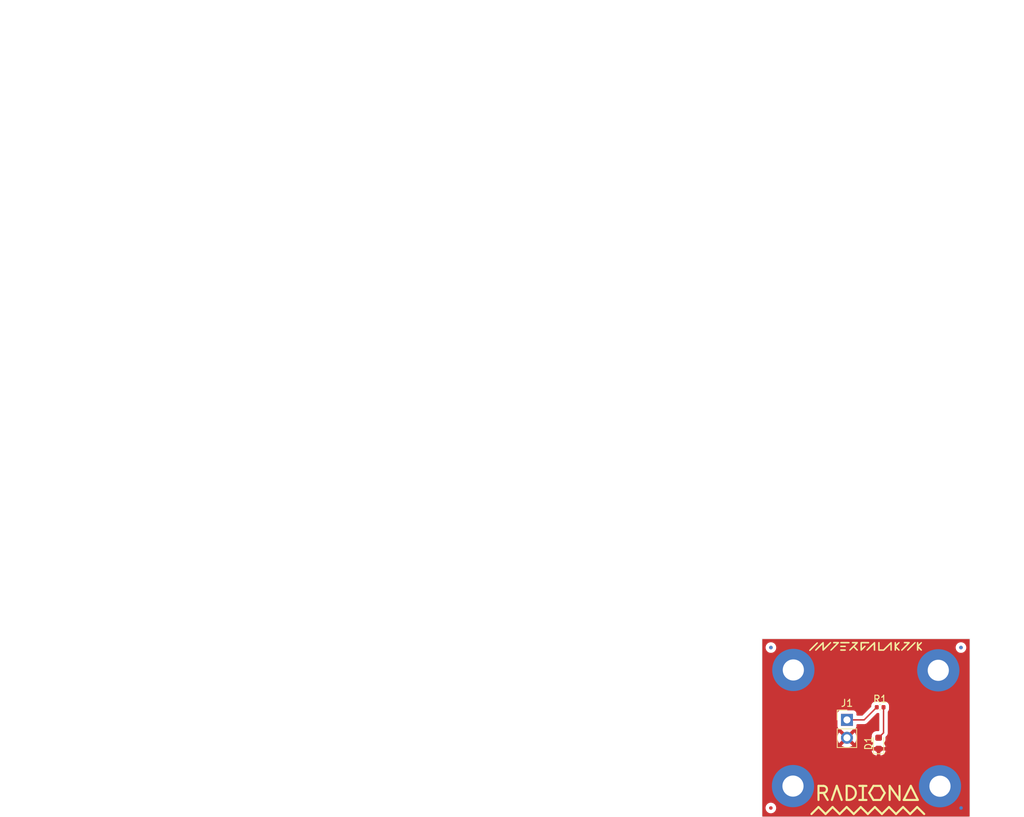
<source format=kicad_pcb>
(kicad_pcb (version 20241229) (generator "pcbnew") (generator_version "9.0")
  (title_block (title "${project_name}") (date "2025-08-20") (rev "${project_version}") (company "${project_creator}"))
  (layers (0 "F.Cu" signal) (4 "In1.Cu" signal) (6 "In2.Cu" signal) (2 "B.Cu" signal) (13 "F.Paste" user) (15 "B.Paste" user) (5 "F.SilkS" user "F.Silkscreen") (7 "B.SilkS" user "B.Silkscreen") (1 "F.Mask" user) (3 "B.Mask" user) (25 "Edge.Cuts" user))
  (property "project_creator" "Intergalaktik d.o.o.")
  (property "project_license" "CERN-OHL-S v2")
  (property "project_name" "Template")
  (property "project_version" "v1.0")
  (property "project_year" "2025.")
  (net 0 "")
  (net 1 "Net-(D1-A)")
  (net 2 "GND")
  (net 3 "+3V3")
  (footprint "intergalaktik:intergalaktik" (layer "F.Cu") (at 135.4 104.33)
    (property "Reference" "LOGO1" (hide yes))
    (property "Value" "Intergalaktik Logo" (hide yes))
    (fp_poly (pts (xy -2.868521 0.05143) (xy -2.844852 0.088882) (xy -2.840182 0.121227) (xy -2.849603 0.165276) (xy -2.868521 0.191025) (xy -2.896859 0.219364) (xy -3.588584 0.219364) (xy -3.618474 0.183842) (xy -3.637942 0.154128) (xy -3.64799 0.125943) (xy -3.648364 0.121227) (xy -3.641108 0.094959) (xy -3.623186 0.064552) (xy -3.618474 0.058613) (xy -3.588584 0.023091) (xy -2.896859 0.023091) (xy -2.868521 0.05143)) (stroke (width 0.01)) (fill yes) (layer "F.SilkS"))
    (fp_poly (pts (xy -3.148833 0.542799) (xy -3.06796 0.543487) (xy -3.004933 0.545) (xy -2.957129 0.547638) (xy -2.921927 0.5517) (xy -2.896705 0.557487) (xy -2.87884 0.565298) (xy -2.865711 0.575432) (xy -2.854981 0.587818) (xy -2.842875 0.619012) (xy -2.842094 0.658649) (xy -2.852657 0.694464) (xy -2.863369 0.710423) (xy -2.878226 0.723064) (xy -2.899787 0.732749) (xy -2.930612 0.739841) (xy -2.973259 0.744701) (xy -3.03029 0.747693) (xy -3.104263 0.749177) (xy -3.197738 0.749517) (xy -3.241015 0.749413) (xy -3.323708 0.748718) (xy -3.40053 0.747305) (xy -3.467906 0.745302) (xy -3.522262 0.742834) (xy -3.560022 0.740029) (xy -3.576059 0.737575) (xy -3.611555 0.716428) (xy -3.637498 0.680463) (xy -3.648317 0.637609) (xy -3.648364 0.634685) (xy -3.640527 0.611162) (xy -3.62106 0.583281) (xy -3.614615 0.576385) (xy -3.580867 0.542637) (xy -3.250175 0.542637) (xy -3.148833 0.542799)) (stroke (width 0.01)) (fill yes) (layer "F.SilkS"))
    (fp_poly (pts (xy -2.83773 -0.507943) (xy -2.721223 -0.507691) (xy -2.624094 -0.507035) (xy -2.544485 -0.505786) (xy -2.480539 -0.503753) (xy -2.4304 -0.500745) (xy -2.39221 -0.496574) (xy -2.364113 -0.491048) (xy -2.344252 -0.483978) (xy -2.33077 -0.475173) (xy -2.32181 -0.464444) (xy -2.315516 -0.4516) (xy -2.311254 -0.439969) (xy -2.304906 -0.395836) (xy -2.310943 -0.369104) (xy -2.316337 -0.354282) (xy -2.322577 -0.341754) (xy -2.331521 -0.331327) (xy -2.345025 -0.322809) (xy -2.364945 -0.316009) (xy -2.393139 -0.310732) (xy -2.431463 -0.306789) (xy -2.481774 -0.303986) (xy -2.545928 -0.302131) (xy -2.625781 -0.301033) (xy -2.723191 -0.300498) (xy -2.840014 -0.300336) (xy -2.975268 -0.300352) (xy -3.115251 -0.300527) (xy -3.233707 -0.30099) (xy -3.332195 -0.301779) (xy -3.412276 -0.30293) (xy -3.475512 -0.304481) (xy -3.523464 -0.30647) (xy -3.557693 -0.308934) (xy -3.57976 -0.311911) (xy -3.590636 -0.315122) (xy -3.625196 -0.343595) (xy -3.642435 -0.381215) (xy -3.642362 -0.421866) (xy -3.624985 -0.459436) (xy -3.590381 -0.487777) (xy -3.579675 -0.492377) (xy -3.566098 -0.496226) (xy -3.547637 -0.49939) (xy -3.522282 -0.501936) (xy -3.48802 -0.503929) (xy -3.442841 -0.505435) (xy -3.384732 -0.506521) (xy -3.311682 -0.507252) (xy -3.22168 -0.507696) (xy -3.112714 -0.507917) (xy -2.982772 -0.507982) (xy -2.97547 -0.507982) (xy -2.83773 -0.507943)) (stroke (width 0.01)) (fill yes) (layer "F.SilkS"))
    (fp_poly (pts (xy 7.024614 -0.488475) (xy 7.057968 -0.460592) (xy 7.075663 -0.419585) (xy 7.077364 -0.400515) (xy 7.076186 -0.392029) (xy 7.071899 -0.381463) (xy 7.063368 -0.36761) (xy 7.049463 -0.349265) (xy 7.02905 -0.325222) (xy 7.000996 -0.294274) (xy 6.96417 -0.255216) (xy 6.917439 -0.206842) (xy 6.859669 -0.147945) (xy 6.789729 -0.077319) (xy 6.706487 0.006241) (xy 6.608809 0.103941) (xy 6.526068 0.18655) (xy 6.432173 0.280012) (xy 6.342641 0.36867) (xy 6.258872 0.451168) (xy 6.182268 0.526148) (xy 6.11423 0.592251) (xy 6.056158 0.64812) (xy 6.009454 0.692396) (xy 5.975518 0.723721) (xy 5.955751 0.740738) (xy 5.951561 0.743474) (xy 5.926377 0.742952) (xy 5.894159 0.732953) (xy 5.888185 0.73015) (xy 5.851317 0.700943) (xy 5.832932 0.661898) (xy 5.834224 0.62219) (xy 5.843485 0.60935) (xy 5.867864 0.581619) (xy 5.90606 0.540344) (xy 5.956773 0.486871) (xy 6.018704 0.422549) (xy 6.090553 0.348724) (xy 6.17102 0.266742) (xy 6.258805 0.177951) (xy 6.352609 0.083698) (xy 6.388377 0.047914) (xy 6.496307 -0.059905) (xy 6.589169 -0.152536) (xy 6.668209 -0.23113) (xy 6.734674 -0.29684) (xy 6.789811 -0.350818) (xy 6.834867 -0.394216) (xy 6.871089 -0.428186) (xy 6.899723 -0.453879) (xy 6.922016 -0.472449) (xy 6.939215 -0.485046) (xy 6.952567 -0.492824) (xy 6.963319 -0.496933) (xy 6.972717 -0.498526) (xy 6.98003 -0.498764) (xy 7.024614 -0.488475)) (stroke (width 0.01)) (fill yes) (layer "F.SilkS"))
    (fp_poly (pts (xy 6.059929 -0.505653) (xy 6.113425 -0.503253) (xy 6.153419 -0.499042) (xy 6.18231 -0.492659) (xy 6.202492 -0.483744) (xy 6.216363 -0.471938) (xy 6.22632 -0.456879) (xy 6.234227 -0.439496) (xy 6.242505 -0.402826) (xy 6.240908 -0.372565) (xy 6.231626 -0.359263) (xy 6.207562 -0.331438) (xy 6.170382 -0.290774) (xy 6.12175 -0.238953) (xy 6.063332 -0.177662) (xy 5.996792 -0.108583) (xy 5.923795 -0.033401) (xy 5.846007 0.0462) (xy 5.765093 0.128535) (xy 5.682717 0.211922) (xy 5.600545 0.294675) (xy 5.520241 0.37511) (xy 5.443471 0.451543) (xy 5.3719 0.522291) (xy 5.307192 0.585668) (xy 5.251014 0.639992) (xy 5.205029 0.683577) (xy 5.170903 0.71474) (xy 5.150301 0.731796) (xy 5.14696 0.733935) (xy 5.104479 0.748837) (xy 5.067846 0.742883) (xy 5.03293 0.716706) (xy 5.006251 0.679875) (xy 4.999182 0.644887) (xy 5.000269 0.635552) (xy 5.004367 0.624477) (xy 5.01273 0.610302) (xy 5.026609 0.591666) (xy 5.04726 0.567209) (xy 5.075934 0.53557) (xy 5.113887 0.495389) (xy 5.162371 0.445306) (xy 5.222639 0.38396) (xy 5.295946 0.309991) (xy 5.383544 0.222038) (xy 5.451454 0.154009) (xy 5.903726 -0.298799) (xy 5.669795 -0.302377) (xy 5.435864 -0.305954) (xy 5.408023 -0.338348) (xy 5.384588 -0.380589) (xy 5.383774 -0.424446) (xy 5.40558 -0.4669) (xy 5.408032 -0.469833) (xy 5.435883 -0.502227) (xy 5.794467 -0.505585) (xy 5.902847 -0.506458) (xy 5.990535 -0.506601) (xy 6.059929 -0.505653)) (stroke (width 0.01)) (fill yes) (layer "F.SilkS"))
    (fp_poly (pts (xy -6.857376 -0.451426) (xy -6.822496 -0.423435) (xy -6.802872 -0.382621) (xy -6.800273 -0.359356) (xy -6.800926 -0.350519) (xy -6.80365 -0.340759) (xy -6.80959 -0.328844) (xy -6.81989 -0.313544) (xy -6.835698 -0.293625) (xy -6.858157 -0.267856) (xy -6.888413 -0.235006) (xy -6.927612 -0.193843) (xy -6.976899 -0.143135) (xy -7.03742 -0.08165) (xy -7.110319 -0.008156) (xy -7.196742 0.078577) (xy -7.297834 0.179783) (xy -7.351703 0.233661) (xy -7.46066 0.342549) (xy -7.554562 0.43619) (xy -7.634625 0.51572) (xy -7.702064 0.582277) (xy -7.758095 0.636998) (xy -7.803934 0.68102) (xy -7.840797 0.715479) (xy -7.8699 0.741513) (xy -7.892459 0.760258) (xy -7.909689 0.772851) (xy -7.922806 0.78043) (xy -7.933027 0.784131) (xy -7.941409 0.785091) (xy -7.980438 0.776235) (xy -8.013434 0.751343) (xy -8.040037 0.714695) (xy -8.047182 0.679318) (xy -8.046179 0.670758) (xy -8.042414 0.660492) (xy -8.034749 0.647307) (xy -8.022047 0.629985) (xy -8.003171 0.607311) (xy -7.976985 0.578069) (xy -7.942351 0.541043) (xy -7.898133 0.495018) (xy -7.843193 0.438777) (xy -7.776395 0.371104) (xy -7.696601 0.290785) (xy -7.602675 0.196602) (xy -7.495752 0.089612) (xy -7.387189 -0.018901) (xy -7.293688 -0.112197) (xy -7.214016 -0.191421) (xy -7.146941 -0.257719) (xy -7.091233 -0.312236) (xy -7.045658 -0.356116) (xy -7.008986 -0.390507) (xy -6.979984 -0.416552) (xy -6.957421 -0.435398) (xy -6.940066 -0.448189) (xy -6.926686 -0.456072) (xy -6.916049 -0.460191) (xy -6.906924 -0.461691) (xy -6.902735 -0.461818) (xy -6.857376 -0.451426)) (stroke (width 0.01)) (fill yes) (layer "F.SilkS"))
    (fp_poly (pts (xy 1.269433 -0.489331) (xy 1.301977 -0.468581) (xy 1.315253 -0.452009) (xy 1.3186 -0.434712) (xy 1.321415 -0.396136) (xy 1.323704 -0.33598) (xy 1.325473 -0.253941) (xy 1.326729 -0.149721) (xy 1.327478 -0.023017) (xy 1.327727 0.126471) (xy 1.327727 0.682232) (xy 1.299388 0.71057) (xy 1.260884 0.734432) (xy 1.216852 0.73954) (xy 1.174719 0.725967) (xy 1.153672 0.709133) (xy 1.125682 0.679356) (xy 1.119909 0.264556) (xy 1.114136 -0.150245) (xy 0.669693 0.294332) (xy 0.573118 0.390885) (xy 0.491434 0.472355) (xy 0.423236 0.540023) (xy 0.36712 0.595166) (xy 0.321681 0.639064) (xy 0.285515 0.672994) (xy 0.257217 0.698236) (xy 0.235383 0.716068) (xy 0.218609 0.727769) (xy 0.20549 0.734618) (xy 0.194621 0.737892) (xy 0.184598 0.738872) (xy 0.181372 0.738909) (xy 0.138318 0.731133) (xy 0.109157 0.71057) (xy 0.086177 0.6752) (xy 0.080644 0.638411) (xy 0.081054 0.629298) (xy 0.083134 0.619764) (xy 0.088044 0.608565) (xy 0.096949 0.594457) (xy 0.111008 0.576196) (xy 0.131386 0.552538) (xy 0.159243 0.522239) (xy 0.195741 0.484056) (xy 0.242044 0.436745) (xy 0.299312 0.379061) (xy 0.368708 0.309761) (xy 0.451395 0.227601) (xy 0.548533 0.131338) (xy 0.626167 0.054484) (xy 0.71989 -0.038056) (xy 0.809313 -0.125918) (xy 0.893006 -0.207726) (xy 0.96954 -0.282103) (xy 1.037486 -0.347672) (xy 1.095415 -0.403057) (xy 1.141898 -0.446881) (xy 1.175505 -0.477766) (xy 1.194807 -0.494337) (xy 1.198393 -0.496736) (xy 1.231559 -0.499996) (xy 1.269433 -0.489331)) (stroke (width 0.01)) (fill yes) (layer "F.SilkS"))
    (fp_poly (pts (xy -4.299133 -0.506571) (xy -4.211976 -0.506009) (xy -4.192871 -0.505818) (xy -3.854151 -0.502227) (xy -3.826303 -0.469833) (xy -3.804473 -0.432049) (xy -3.798454 -0.400841) (xy -3.799685 -0.392362) (xy -3.804129 -0.38168) (xy -3.812914 -0.367592) (xy -3.827169 -0.348894) (xy -3.84802 -0.324382) (xy -3.876597 -0.292853) (xy -3.914027 -0.253102) (xy -3.961439 -0.203926) (xy -4.019959 -0.144122) (xy -4.090717 -0.072484) (xy -4.17484 0.01219) (xy -4.273456 0.111104) (xy -4.349587 0.187333) (xy -4.457935 0.295731) (xy -4.551221 0.388921) (xy -4.630684 0.468052) (xy -4.697563 0.534272) (xy -4.753096 0.588728) (xy -4.798523 0.632569) (xy -4.835081 0.666942) (xy -4.86401 0.692996) (xy -4.886548 0.711878) (xy -4.903933 0.724737) (xy -4.917405 0.732721) (xy -4.928202 0.736977) (xy -4.937562 0.738654) (xy -4.944703 0.738909) (xy -4.987709 0.731202) (xy -5.017025 0.71057) (xy -5.041196 0.671634) (xy -5.045364 0.644524) (xy -5.044229 0.635221) (xy -5.039992 0.624073) (xy -5.031402 0.609723) (xy -5.017207 0.590815) (xy -4.996158 0.565993) (xy -4.967004 0.5339) (xy -4.928494 0.49318) (xy -4.879378 0.442477) (xy -4.818404 0.380435) (xy -4.744323 0.305698) (xy -4.655883 0.216909) (xy -4.592401 0.153317) (xy -4.139439 -0.300182) (xy -4.596867 -0.300182) (xy -4.630615 -0.33393) (xy -4.656906 -0.373415) (xy -4.662612 -0.41454) (xy -4.649383 -0.452701) (xy -4.618865 -0.483295) (xy -4.572705 -0.50172) (xy -4.570404 -0.502167) (xy -4.549103 -0.503903) (xy -4.50802 -0.505244) (xy -4.45046 -0.506157) (xy -4.379729 -0.50661) (xy -4.299133 -0.506571)) (stroke (width 0.01)) (fill yes) (layer "F.SilkS"))
    (fp_poly (pts (xy -0.188457 -0.506188) (xy -0.100014 -0.505709) (xy 0.429199 -0.502227) (xy 0.457054 -0.469833) (xy 0.481057 -0.427746) (xy 0.482159 -0.385221) (xy 0.460439 -0.344078) (xy 0.451161 -0.33393) (xy 0.417413 -0.300182) (xy -0.554182 -0.300182) (xy -0.554182 0.397431) (xy -0.360026 0.204488) (xy -0.29443 0.13971) (xy -0.242553 0.089941) (xy -0.202006 0.053648) (xy -0.170402 0.029296) (xy -0.145352 0.01535) (xy -0.124466 0.010278) (xy -0.105357 0.012543) (xy -0.085635 0.020612) (xy -0.079082 0.02402) (xy -0.056915 0.045338) (xy -0.038863 0.078267) (xy -0.029278 0.112832) (xy -0.03065 0.135014) (xy -0.040214 0.147775) (xy -0.063868 0.174493) (xy -0.099336 0.212838) (xy -0.144338 0.26048) (xy -0.196598 0.315088) (xy -0.253838 0.374333) (xy -0.313779 0.435884) (xy -0.374145 0.497411) (xy -0.432658 0.556584) (xy -0.48704 0.611073) (xy -0.535013 0.658548) (xy -0.5743 0.696678) (xy -0.602622 0.723134) (xy -0.617682 0.735571) (xy -0.651658 0.748291) (xy -0.688686 0.743237) (xy -0.700151 0.739006) (xy -0.713894 0.733296) (xy -0.725433 0.726911) (xy -0.734963 0.717918) (xy -0.742674 0.704387) (xy -0.748759 0.684387) (xy -0.753411 0.655985) (xy -0.756823 0.617251) (xy -0.759185 0.566254) (xy -0.760692 0.501061) (xy -0.761534 0.419742) (xy -0.761906 0.320364) (xy -0.761998 0.200998) (xy -0.762 0.118134) (xy -0.762 -0.439777) (xy -0.734426 -0.46735) (xy -0.702727 -0.489348) (xy -0.66804 -0.502057) (xy -0.648706 -0.503451) (xy -0.608793 -0.504603) (xy -0.550813 -0.505499) (xy -0.477278 -0.506121) (xy -0.3907 -0.506454) (xy -0.293589 -0.506482) (xy -0.188457 -0.506188)) (stroke (width 0.01)) (fill yes) (layer "F.SilkS"))
    (fp_poly (pts (xy 4.213456 -0.494946) (xy 4.239552 -0.482297) (xy 4.258456 -0.463024) (xy 4.271228 -0.433714) (xy 4.278924 -0.390955) (xy 4.282602 -0.331334) (xy 4.283364 -0.269461) (xy 4.283364 -0.12214) (xy 4.471768 -0.309297) (xy 4.533705 -0.370458) (xy 4.581858 -0.416956) (xy 4.61852 -0.450703) (xy 4.645983 -0.473613) (xy 4.666538 -0.4876) (xy 4.682478 -0.494576) (xy 4.695961 -0.496454) (xy 4.727882 -0.494192) (xy 4.750437 -0.489283) (xy 4.7732 -0.470157) (xy 4.790724 -0.437598) (xy 4.798761 -0.401243) (xy 4.797476 -0.382545) (xy 4.7864 -0.363173) (xy 4.758547 -0.328712) (xy 4.714275 -0.279555) (xy 4.65394 -0.216092) (xy 4.577897 -0.138717) (xy 4.554408 -0.115181) (xy 4.318239 0.120778) (xy 4.560574 0.364071) (xy 4.632428 0.436393) (xy 4.689358 0.494533) (xy 4.732809 0.540595) (xy 4.764228 0.576681) (xy 4.785061 0.604894) (xy 4.796754 0.627337) (xy 4.800753 0.646113) (xy 4.798505 0.663325) (xy 4.791455 0.681076) (xy 4.786018 0.691902) (xy 4.765366 0.72075) (xy 4.737139 0.735136) (xy 4.695961 0.738909) (xy 4.682332 0.736989) (xy 4.666357 0.729951) (xy 4.645743 0.715884) (xy 4.618199 0.692874) (xy 4.581432 0.659007) (xy 4.533151 0.612371) (xy 4.471768 0.551752) (xy 4.283364 0.364595) (xy 4.283364 0.511916) (xy 4.282022 0.590644) (xy 4.277098 0.64921) (xy 4.267241 0.690436) (xy 4.251101 0.717143) (xy 4.227329 0.732154) (xy 4.194573 0.738289) (xy 4.17475 0.738909) (xy 4.133314 0.72836) (xy 4.109308 0.709125) (xy 4.081318 0.67934) (xy 4.077793 0.146284) (xy 4.077079 0.000681) (xy 4.077021 -0.122592) (xy 4.077631 -0.224286) (xy 4.078923 -0.305155) (xy 4.080907 -0.365949) (xy 4.083596 -0.40742) (xy 4.087003 -0.430321) (xy 4.087184 -0.430963) (xy 4.109561 -0.471629) (xy 4.145282 -0.495643) (xy 4.189467 -0.500532) (xy 4.213456 -0.494946)) (stroke (width 0.01)) (fill yes) (layer "F.SilkS"))
    (fp_poly (pts (xy -1.147773 -0.469833) (xy -1.125795 -0.431686) (xy -1.119909 -0.400661) (xy -1.121464 -0.388389) (xy -1.127272 -0.374135) (xy -1.139048 -0.355921) (xy -1.158505 -0.331767) (xy -1.187358 -0.299694) (xy -1.227321 -0.257723) (xy -1.280108 -0.203875) (xy -1.347433 -0.13617) (xy -1.359124 -0.124465) (xy -1.598339 0.114954) (xy -1.359124 0.35591) (xy -1.290038 0.425678) (xy -1.235621 0.481228) (xy -1.194142 0.524596) (xy -1.163869 0.55782) (xy -1.143072 0.582937) (xy -1.130019 0.601984) (xy -1.122981 0.616999) (xy -1.120226 0.630018) (xy -1.119909 0.637467) (xy -1.129031 0.685917) (xy -1.154924 0.719944) (xy -1.19538 0.737214) (xy -1.215896 0.738909) (xy -1.230169 0.738459) (xy -1.24357 0.735946) (xy -1.258194 0.729626) (xy -1.276138 0.717757) (xy -1.299497 0.698593) (xy -1.330367 0.670393) (xy -1.370842 0.631411) (xy -1.423019 0.579905) (xy -1.488993 0.514131) (xy -1.503695 0.499444) (xy -1.743364 0.259979) (xy -1.983033 0.499444) (xy -2.052477 0.568652) (xy -2.107751 0.623149) (xy -2.15089 0.664675) (xy -2.183929 0.694968) (xy -2.208903 0.715767) (xy -2.227849 0.728811) (xy -2.2428 0.735839) (xy -2.255792 0.738589) (xy -2.263327 0.738909) (xy -2.298891 0.733866) (xy -2.328526 0.721689) (xy -2.329152 0.721259) (xy -2.349782 0.695641) (xy -2.362202 0.65935) (xy -2.363686 0.623168) (xy -2.358256 0.606105) (xy -2.348249 0.594494) (xy -2.323419 0.568152) (xy -2.285302 0.528644) (xy -2.235434 0.477535) (xy -2.175351 0.416392) (xy -2.10659 0.34678) (xy -2.030686 0.270263) (xy -1.949176 0.188408) (xy -1.904167 0.143335) (xy -1.460853 -0.300182) (xy -1.6835 -0.300182) (xy -1.775102 -0.300745) (xy -1.846195 -0.30305) (xy -1.899346 -0.308018) (xy -1.937121 -0.316573) (xy -1.962088 -0.329635) (xy -1.976813 -0.348128) (xy -1.983863 -0.372973) (xy -1.985806 -0.405094) (xy -1.985818 -0.408795) (xy -1.975276 -0.450216) (xy -1.956024 -0.474237) (xy -1.926231 -0.502227) (xy -1.175637 -0.502227) (xy -1.147773 -0.469833)) (stroke (width 0.01)) (fill yes) (layer "F.SilkS"))
    (fp_poly (pts (xy 3.623621 -0.494766) (xy 3.653063 -0.472179) (xy 3.655633 -0.469256) (xy 3.683 -0.43744) (xy 3.683 0.682232) (xy 3.654661 0.71057) (xy 3.617578 0.734017) (xy 3.575453 0.740249) (xy 3.535707 0.729373) (xy 3.510656 0.708489) (xy 3.504371 0.69975) (xy 3.499295 0.689565) (xy 3.495298 0.675538) (xy 3.492252 0.655274) (xy 3.490029 0.626381) (xy 3.488498 0.586462) (xy 3.487531 0.533123) (xy 3.487 0.463971) (xy 3.486775 0.37661) (xy 3.486727 0.268646) (xy 3.486727 0.263989) (xy 3.486496 0.168796) (xy 3.485839 0.081315) (xy 3.48481 0.004127) (xy 3.483461 -0.060186) (xy 3.481847 -0.109044) (xy 3.480021 -0.139866) (xy 3.478123 -0.150091) (xy 3.468574 -0.142157) (xy 3.444241 -0.119346) (xy 3.406636 -0.083137) (xy 3.357269 -0.035015) (xy 3.297652 0.02354) (xy 3.229295 0.091045) (xy 3.15371 0.166017) (xy 3.072407 0.246976) (xy 3.022751 0.296567) (xy 2.575983 0.743224) (xy 2.220287 0.746547) (xy 2.117916 0.747112) (xy 2.027183 0.746831) (xy 1.950404 0.745753) (xy 1.889896 0.743925) (xy 1.847975 0.741396) (xy 1.827586 0.738421) (xy 1.811444 0.733444) (xy 1.797887 0.728067) (xy 1.786689 0.720371) (xy 1.777625 0.708438) (xy 1.77047 0.690348) (xy 1.764998 0.664182) (xy 1.760984 0.628022) (xy 1.758203 0.579948) (xy 1.75643 0.518041) (xy 1.755439 0.440383) (xy 1.755005 0.345054) (xy 1.754903 0.230135) (xy 1.754909 0.119302) (xy 1.754909 -0.43744) (xy 1.781211 -0.468017) (xy 1.817041 -0.493722) (xy 1.859576 -0.500613) (xy 1.901745 -0.488409) (xy 1.922033 -0.473631) (xy 1.951182 -0.446248) (xy 1.951182 0.542211) (xy 2.488046 0.548409) (xy 3.01572 0.023668) (xy 3.121843 -0.081817) (xy 3.212897 -0.172157) (xy 3.290153 -0.248523) (xy 3.354883 -0.312085) (xy 3.408358 -0.364013) (xy 3.451849 -0.405477) (xy 3.486628 -0.437648) (xy 3.513966 -0.461696) (xy 3.535135 -0.478791) (xy 3.551406 -0.490103) (xy 3.564051 -0.496802) (xy 3.57434 -0.500059) (xy 3.583546 -0.501044) (xy 3.58583 -0.501073) (xy 3.623621 -0.494766)) (stroke (width 0.01)) (fill yes) (layer "F.SilkS"))
    (fp_poly (pts (xy 7.396094 -0.489233) (xy 7.419451 -0.469256) (xy 7.43053 -0.455037) (xy 7.438136 -0.43972) (xy 7.442917 -0.418867) (xy 7.445525 -0.388034) (xy 7.446609 -0.342783) (xy 7.446818 -0.28222) (xy 7.447433 -0.225373) (xy 7.449116 -0.177873) (xy 7.45163 -0.143933) (xy 7.454736 -0.12777) (xy 7.455613 -0.127) (xy 7.465956 -0.134827) (xy 7.490102 -0.156761) (xy 7.525626 -0.190485) (xy 7.570102 -0.233679) (xy 7.621104 -0.284026) (xy 7.648864 -0.311727) (xy 7.709448 -0.372087) (xy 7.756341 -0.417836) (xy 7.791916 -0.450944) (xy 7.818551 -0.473383) (xy 7.83862 -0.487125) (xy 7.854501 -0.49414) (xy 7.868568 -0.4964) (xy 7.871503 -0.496454) (xy 7.913877 -0.486027) (xy 7.94678 -0.458437) (xy 7.964661 -0.419222) (xy 7.966364 -0.40183) (xy 7.964984 -0.389424) (xy 7.959696 -0.375449) (xy 7.948773 -0.357904) (xy 7.930492 -0.334789) (xy 7.903126 -0.304103) (xy 7.864951 -0.263847) (xy 7.814242 -0.212021) (xy 7.749273 -0.146623) (xy 7.727149 -0.124465) (xy 7.487934 0.114954) (xy 7.727149 0.35591) (xy 7.796054 0.42547) (xy 7.850327 0.480802) (xy 7.891702 0.523965) (xy 7.921917 0.557017) (xy 7.942706 0.582017) (xy 7.955807 0.601024) (xy 7.962956 0.616096) (xy 7.965887 0.62929) (xy 7.966364 0.639549) (xy 7.956534 0.684357) (xy 7.930067 0.718414) (xy 7.891497 0.736924) (xy 7.87243 0.738909) (xy 7.858558 0.737237) (xy 7.842955 0.73092) (xy 7.823267 0.718012) (xy 7.79714 0.696565) (xy 7.762221 0.664629) (xy 7.716155 0.620258) (xy 7.656588 0.561503) (xy 7.649215 0.554182) (xy 7.595523 0.50119) (xy 7.547184 0.454136) (xy 7.506617 0.415323) (xy 7.476245 0.387054) (xy 7.458488 0.371632) (xy 7.455037 0.369455) (xy 7.452019 0.380295) (xy 7.449499 0.409996) (xy 7.447703 0.454332) (xy 7.446855 0.509074) (xy 7.446818 0.523761) (xy 7.446488 0.587471) (xy 7.445116 0.632527) (xy 7.442127 0.66336) (xy 7.436948 0.684402) (xy 7.429003 0.700085) (xy 7.422889 0.708489) (xy 7.390365 0.732942) (xy 7.349541 0.740373) (xy 7.307837 0.730674) (xy 7.278884 0.71057) (xy 7.250546 0.682232) (xy 7.250546 -0.43744) (xy 7.277913 -0.469256) (xy 7.31408 -0.495767) (xy 7.355616 -0.502425) (xy 7.396094 -0.489233)) (stroke (width 0.01)) (fill yes) (layer "F.SilkS"))
    (fp_poly (pts (xy -4.972054 -0.490741) (xy -4.939255 -0.462507) (xy -4.920922 -0.420509) (xy -4.918364 -0.395045) (xy -4.918949 -0.386081) (xy -4.921474 -0.376359) (xy -4.92709 -0.364638) (xy -4.936949 -0.349675) (xy -4.952205 -0.330229) (xy -4.974009 -0.305058) (xy -5.003513 -0.27292) (xy -5.04187 -0.232573) (xy -5.090232 -0.182775) (xy -5.149752 -0.122286) (xy -5.221581 -0.049862) (xy -5.306872 0.035737) (xy -5.406778 0.135754) (xy -5.464143 0.19313) (xy -5.57207 0.301009) (xy -5.664942 0.393681) (xy -5.744001 0.472297) (xy -5.810486 0.538008) (xy -5.86564 0.591967) (xy -5.910702 0.635326) (xy -5.946913 0.669237) (xy -5.975515 0.694851) (xy -5.997747 0.713321) (xy -6.014851 0.725798) (xy -6.028068 0.733435) (xy -6.038639 0.737383) (xy -6.047803 0.738794) (xy -6.052017 0.738909) (xy -6.079615 0.738559) (xy -6.10232 0.736138) (xy -6.120611 0.729595) (xy -6.134963 0.716878) (xy -6.145855 0.695932) (xy -6.153765 0.664707) (xy -6.159168 0.621148) (xy -6.162543 0.563204) (xy -6.164367 0.488822) (xy -6.165118 0.395949) (xy -6.165271 0.282533) (xy -6.165273 0.251886) (xy -6.165273 -0.155465) (xy -6.613003 0.291722) (xy -6.709872 0.388439) (xy -6.791823 0.4701) (xy -6.860265 0.537979) (xy -6.916606 0.593348) (xy -6.962253 0.637482) (xy -6.998616 0.671654) (xy -7.027102 0.697138) (xy -7.049119 0.715207) (xy -7.066076 0.727134) (xy -7.07938 0.734194) (xy -7.09044 0.73766) (xy -7.100664 0.738806) (xy -7.107445 0.738909) (xy -7.148595 0.733055) (xy -7.178245 0.713254) (xy -7.17926 0.712188) (xy -7.200337 0.673842) (xy -7.204364 0.640318) (xy -7.203977 0.630935) (xy -7.202042 0.621279) (xy -7.197394 0.610087) (xy -7.188869 0.596091) (xy -7.175303 0.578028) (xy -7.155533 0.55463) (xy -7.128394 0.524633) (xy -7.092722 0.48677) (xy -7.047354 0.439777) (xy -6.991125 0.382387) (xy -6.922872 0.313335) (xy -6.84143 0.231355) (xy -6.745636 0.135182) (xy -6.670386 0.05971) (xy -6.571275 -0.039352) (xy -6.478115 -0.131831) (xy -6.392177 -0.216499) (xy -6.31473 -0.292131) (xy -6.247045 -0.357501) (xy -6.190393 -0.41138) (xy -6.146043 -0.452544) (xy -6.115266 -0.479767) (xy -6.099332 -0.49182) (xy -6.098886 -0.49203) (xy -6.054148 -0.500603) (xy -6.013097 -0.489235) (xy -5.981593 -0.46038) (xy -5.970562 -0.438246) (xy -5.96634 -0.413965) (xy -5.962943 -0.36759) (xy -5.960366 -0.298911) (xy -5.958603 -0.207719) (xy -5.957647 -0.093804) (xy -5.957454 -0.001219) (xy -5.957454 0.398207) (xy -5.507704 -0.051433) (xy -5.410404 -0.148649) (xy -5.328004 -0.230769) (xy -5.259115 -0.299063) (xy -5.202346 -0.354801) (xy -5.156308 -0.399253) (xy -5.119611 -0.433688) (xy -5.090864 -0.459376) (xy -5.068678 -0.477586) (xy -5.051664 -0.489589) (xy -5.038431 -0.496654) (xy -5.02759 -0.50005) (xy -5.01775 -0.501049) (xy -5.015526 -0.501073) (xy -4.972054 -0.490741)) (stroke (width 0.01)) (fill yes) (layer "F.SilkS"))
  )
  (footprint "MountingHole:MountingHole_3mm_Pad" (layer "F.Cu") (at 125.06 124.29)
    (property "Reference" "H3" (hide yes))
    (property "Value" "MH" (hide yes))
    (pad "1" thru_hole circle (at 0 0) (size 6 6) (drill 3) (layers "*.Cu" "*.Mask") (net 2 "GND"))
  )
  (footprint "LED_SMD:LED_0603_1608Metric" (layer "F.Cu") (at 137.21 118.2125 90)
    (property "Reference" "D1" (at 0 -1.43 90) (layer "F.SilkS"))
    (property "Value" "RED" (hide yes))
    (fp_line (start 0.8 -0.735) (end -1.485 -0.735) (stroke (width 0.12)) (layer "F.SilkS"))
    (fp_line (start -1.485 -0.735) (end -1.485 0.735) (stroke (width 0.12)) (layer "F.SilkS"))
    (fp_line (start -1.485 0.735) (end 0.8 0.735) (stroke (width 0.12)) (layer "F.SilkS"))
    (pad "1" smd roundrect (at -0.7875 0 90) (size 0.875 0.95) (layers "F.Cu" "F.Mask" "F.Paste") (net 2 "GND"))
    (pad "2" smd roundrect (at 0.7875 0 90) (size 0.875 0.95) (layers "F.Cu" "F.Mask" "F.Paste") (net 1 "Net-(D1-A)"))
  )
  (footprint "Fiducial:Fiducial_0.5mm_Mask1mm" (layer "F.Cu") (at 148.9 104.62)
    (property "Reference" "FID2" (hide yes))
    (property "Value" "Fiducial" (hide yes))
    (pad "" smd circle (at 0 0) (size 0.5 0.5) (layers "F.Cu" "F.Mask"))
  )
  (footprint "radiona:radiona" (layer "F.Cu") (at 135.68 125.26)
    (property "Reference" "LOGO2" (hide yes))
    (property "Value" "Radiona Logo" (hide yes))
    (fp_line (start -8 3) (end -7 2) (stroke (width 0.3)) (layer "F.SilkS"))
    (fp_line (start -7 -1) (end -6.3 -1) (stroke (width 0.3)) (layer "F.SilkS"))
    (fp_line (start -7 0) (end -6.3 0) (stroke (width 0.3)) (layer "F.SilkS"))
    (fp_line (start -7 1) (end -7 -1) (stroke (width 0.3)) (layer "F.SilkS"))
    (fp_line (start -7 2) (end -6 3) (stroke (width 0.3)) (layer "F.SilkS"))
    (fp_line (start -6.3 0) (end -5.7 1) (stroke (width 0.3)) (layer "F.SilkS"))
    (fp_line (start -6 3) (end -5 2) (stroke (width 0.3)) (layer "F.SilkS"))
    (fp_line (start -5.1 1) (end -4.4 -1) (stroke (width 0.3)) (layer "F.SilkS"))
    (fp_line (start -5 2) (end -4 3) (stroke (width 0.3)) (layer "F.SilkS"))
    (fp_line (start -4.4 -1) (end -3.7 1) (stroke (width 0.3)) (layer "F.SilkS"))
    (fp_line (start -4 3) (end -3 2) (stroke (width 0.3)) (layer "F.SilkS"))
    (fp_line (start -3 -1) (end -2.7 -1) (stroke (width 0.3)) (layer "F.SilkS"))
    (fp_line (start -3 1) (end -3 -1) (stroke (width 0.3)) (layer "F.SilkS"))
    (fp_line (start -3 1) (end -2.7 1) (stroke (width 0.3)) (layer "F.SilkS"))
    (fp_line (start -3 2) (end -2 3) (stroke (width 0.3)) (layer "F.SilkS"))
    (fp_line (start -2 3) (end -1 2) (stroke (width 0.3)) (layer "F.SilkS"))
    (fp_line (start -1.2 -1) (end -0.2 -1) (stroke (width 0.3)) (layer "F.SilkS"))
    (fp_line (start -1.2 1) (end -0.2 1) (stroke (width 0.3)) (layer "F.SilkS"))
    (fp_line (start -1 2) (end 0 3) (stroke (width 0.3)) (layer "F.SilkS"))
    (fp_line (start -0.7 -1) (end -0.7 1) (stroke (width 0.3)) (layer "F.SilkS"))
    (fp_line (start 0 3) (end 1 2) (stroke (width 0.3)) (layer "F.SilkS"))
    (fp_line (start 0.2 0) (end 0.8 -1) (stroke (width 0.3)) (layer "F.SilkS"))
    (fp_line (start 0.8 1) (end 0.2 0) (stroke (width 0.3)) (layer "F.SilkS"))
    (fp_line (start 0.8 1) (end 1.8 1) (stroke (width 0.3)) (layer "F.SilkS"))
    (fp_line (start 1 2) (end 2 3) (stroke (width 0.3)) (layer "F.SilkS"))
    (fp_line (start 1.8 -1) (end 0.8 -1) (stroke (width 0.3)) (layer "F.SilkS"))
    (fp_line (start 1.8 -1) (end 2.4 0) (stroke (width 0.3)) (layer "F.SilkS"))
    (fp_line (start 2 3) (end 3 2) (stroke (width 0.3)) (layer "F.SilkS"))
    (fp_line (start 2.4 0) (end 1.8 1) (stroke (width 0.3)) (layer "F.SilkS"))
    (fp_line (start 3 2) (end 4 3) (stroke (width 0.3)) (layer "F.SilkS"))
    (fp_line (start 3.1 -1) (end 4.5 1) (stroke (width 0.3)) (layer "F.SilkS"))
    (fp_line (start 3.1 1) (end 3.1 -1) (stroke (width 0.3)) (layer "F.SilkS"))
    (fp_line (start 4 3) (end 5 2) (stroke (width 0.3)) (layer "F.SilkS"))
    (fp_line (start 4.5 1) (end 4.5 -1) (stroke (width 0.3)) (layer "F.SilkS"))
    (fp_line (start 5 2) (end 6 3) (stroke (width 0.3)) (layer "F.SilkS"))
    (fp_line (start 5.1 1) (end 6.1 -1) (stroke (width 0.3)) (layer "F.SilkS"))
    (fp_line (start 6 3) (end 7 2) (stroke (width 0.3)) (layer "F.SilkS"))
    (fp_line (start 6.1 -1) (end 7.1 1) (stroke (width 0.3)) (layer "F.SilkS"))
    (fp_line (start 7 2) (end 8 3) (stroke (width 0.3)) (layer "F.SilkS"))
    (fp_line (start 7.1 1) (end 5.1 1) (stroke (width 0.3)) (layer "F.SilkS"))
    (fp_arc (start -6.3 -1) (mid -5.8 -0.5) (end -6.3 0) (stroke (width 0.3)) (layer "F.SilkS"))
    (fp_arc (start -2.7 -1) (mid -1.7 0) (end -2.7 1) (stroke (width 0.3)) (layer "F.SilkS"))
  )
  (footprint "Connector_PinHeader_2.54mm:PinHeader_1x02_P2.54mm_Vertical" (layer "F.Cu") (at 132.72 114.89)
    (property "Reference" "J1" (at 0 -2.38 0) (layer "F.SilkS"))
    (property "Value" "Conn_01x02_Pin" (hide yes))
    (fp_line (start -1.38 -1.38) (end 0 -1.38) (stroke (width 0.12)) (layer "F.SilkS"))
    (fp_line (start -1.38 0) (end -1.38 -1.38) (stroke (width 0.12)) (layer "F.SilkS"))
    (fp_line (start -1.38 1.27) (end -1.38 3.92) (stroke (width 0.12)) (layer "F.SilkS"))
    (fp_line (start -1.38 1.27) (end 1.38 1.27) (stroke (width 0.12)) (layer "F.SilkS"))
    (fp_line (start -1.38 3.92) (end 1.38 3.92) (stroke (width 0.12)) (layer "F.SilkS"))
    (fp_line (start 1.38 1.27) (end 1.38 3.92) (stroke (width 0.12)) (layer "F.SilkS"))
    (pad "1" thru_hole rect (at 0 0) (size 1.7 1.7) (drill 1) (layers "*.Cu" "*.Mask") (net 3 "+3V3"))
    (pad "2" thru_hole circle (at 0 2.54) (size 1.7 1.7) (drill 1) (layers "*.Cu" "*.Mask") (net 2 "GND"))
  )
  (footprint "MountingHole:MountingHole_3mm_Pad" (layer "F.Cu") (at 145.68 107.85)
    (property "Reference" "H2" (hide yes))
    (property "Value" "MH" (hide yes))
    (pad "1" thru_hole circle (at 0 0) (size 6 6) (drill 3) (layers "*.Cu" "*.Mask") (net 2 "GND"))
  )
  (footprint "Capacitor_SMD:C_0402_1005Metric" (layer "F.Cu") (at 137.43 113.095)
    (property "Reference" "R1" (at 0 -1.16 0) (layer "F.SilkS"))
    (property "Value" "0R" (hide yes))
    (fp_line (start -0.107836 -0.36) (end 0.107836 -0.36) (stroke (width 0.12)) (layer "F.SilkS"))
    (fp_line (start -0.107836 0.36) (end 0.107836 0.36) (stroke (width 0.12)) (layer "F.SilkS"))
    (pad "1" smd roundrect (at -0.48 0) (size 0.56 0.62) (layers "F.Cu" "F.Mask" "F.Paste") (net 3 "+3V3"))
    (pad "2" smd roundrect (at 0.48 0) (size 0.56 0.62) (layers "F.Cu" "F.Mask" "F.Paste") (net 1 "Net-(D1-A)"))
  )
  (footprint "Fiducial:Fiducial_0.5mm_Mask1mm" (layer "F.Cu") (at 121.93 104.62)
    (property "Reference" "FID1" (hide yes))
    (property "Value" "Fiducial" (hide yes))
    (pad "" smd circle (at 0 0) (size 0.5 0.5) (layers "F.Cu" "F.Mask"))
  )
  (footprint "Fiducial:Fiducial_0.5mm_Mask1mm" (layer "F.Cu") (at 121.92 127.4)
    (property "Reference" "FID3" (hide yes))
    (property "Value" "Fiducial" (hide yes))
    (pad "" smd circle (at 0 0) (size 0.5 0.5) (layers "F.Cu" "F.Mask"))
  )
  (footprint "MountingHole:MountingHole_3mm_Pad" (layer "F.Cu") (at 145.92 124.31)
    (property "Reference" "H4" (hide yes))
    (property "Value" "MH" (hide yes))
    (pad "1" thru_hole circle (at 0 0) (size 6 6) (drill 3) (layers "*.Cu" "*.Mask") (net 2 "GND"))
  )
  (footprint "MountingHole:MountingHole_3mm_Pad" (layer "F.Cu") (at 125.11 107.8)
    (property "Reference" "H1" (hide yes))
    (property "Value" "MH" (hide yes))
    (pad "1" thru_hole circle (at 0 0) (size 6 6) (drill 3) (layers "*.Cu" "*.Mask") (net 2 "GND"))
  )
  (footprint "Fiducial:Fiducial_0.5mm_Mask1mm" (layer "B.Cu") (at 148.91 127.4)
    (property "Reference" "FID6" (hide yes))
    (property "Value" "Fiducial" (hide yes))
    (pad "" smd circle (at 0 0) (size 0.5 0.5) (layers "B.Cu" "B.Mask"))
  )
  (footprint "Fiducial:Fiducial_0.5mm_Mask1mm" (layer "B.Cu") (at 148.9 104.62)
    (property "Reference" "FID4" (hide yes))
    (property "Value" "Fiducial" (hide yes))
    (pad "" smd circle (at 0 0) (size 0.5 0.5) (layers "B.Cu" "B.Mask"))
  )
  (footprint "Fiducial:Fiducial_0.5mm_Mask1mm" (layer "B.Cu") (at 121.93 104.62)
    (property "Reference" "FID5" (hide yes))
    (property "Value" "Fiducial" (hide yes))
    (pad "" smd circle (at 0 0) (size 0.5 0.5) (layers "B.Cu" "B.Mask"))
  )
  (gr_rect (start 120.67 103.37) (end 150.16 128.65) (stroke (width 0.05)) (fill no) (layer "Edge.Cuts"))
  (segment (start 137.91 116.725) (end 137.21 117.425) (width 0.2) (layer "F.Cu") (net 1))
  (segment (start 137.91 113.095) (end 137.91 116.725) (width 0.2) (layer "F.Cu") (net 1))
  (segment (start 134.29 119) (end 132.72 117.43) (width 0.2) (layer "F.Cu") (net 2))
  (segment (start 137.21 119) (end 134.29 119) (width 0.2) (layer "F.Cu") (net 2))
  (segment (start 132.72 114.89) (end 135.155 114.89) (width 0.2) (layer "F.Cu") (net 3))
  (segment (start 135.155 114.89) (end 136.95 113.095) (width 0.2) (layer "F.Cu") (net 3))
  (zone (net 2) (net_name "GND") (layer "F.Cu") (connect_pads (clearance 0.5)) (min_thickness 0.25) (fill yes (thermal_gap 0.5) (thermal_bridge_width 0.5))
    (polygon (pts (xy 120.67 103.33) (xy 150.16 103.33) (xy 150.16 128.65) (xy 120.67 128.65)))
  )
)
</source>
